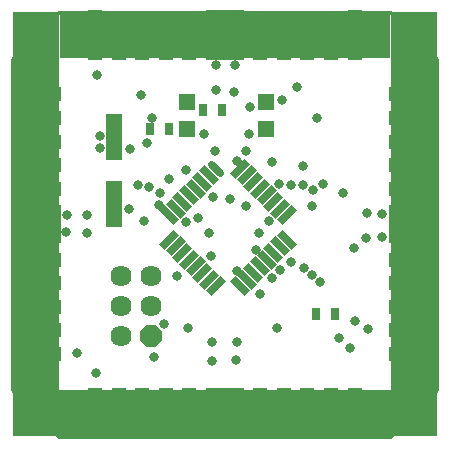
<source format=gts>
%FSLAX24Y24*%
%MOIN*%
G70*
G01*
G75*
G04 Layer_Color=8388736*
%ADD10R,0.0236X0.0315*%
G04:AMPARAMS|DCode=11|XSize=15.7mil|YSize=59.1mil|CornerRadius=0mil|HoleSize=0mil|Usage=FLASHONLY|Rotation=315.000|XOffset=0mil|YOffset=0mil|HoleType=Round|Shape=Rectangle|*
%AMROTATEDRECTD11*
4,1,4,-0.0264,-0.0153,0.0153,0.0264,0.0264,0.0153,-0.0153,-0.0264,-0.0264,-0.0153,0.0*
%
%ADD11ROTATEDRECTD11*%

G04:AMPARAMS|DCode=12|XSize=15.7mil|YSize=59.1mil|CornerRadius=0mil|HoleSize=0mil|Usage=FLASHONLY|Rotation=45.000|XOffset=0mil|YOffset=0mil|HoleType=Round|Shape=Rectangle|*
%AMROTATEDRECTD12*
4,1,4,0.0153,-0.0264,-0.0264,0.0153,-0.0153,0.0264,0.0264,-0.0153,0.0153,-0.0264,0.0*
%
%ADD12ROTATEDRECTD12*%

G04:AMPARAMS|DCode=13|XSize=15.7mil|YSize=59.1mil|CornerRadius=0mil|HoleSize=0mil|Usage=FLASHONLY|Rotation=45.000|XOffset=0mil|YOffset=0mil|HoleType=Round|Shape=Round|*
%AMOVALD13*
21,1,0.0433,0.0157,0.0000,0.0000,135.0*
1,1,0.0157,0.0153,-0.0153*
1,1,0.0157,-0.0153,0.0153*
%
%ADD13OVALD13*%

%ADD14R,0.0450X0.0450*%
%ADD15R,0.0472X0.1457*%
%ADD16C,0.0200*%
%ADD17C,0.0100*%
%ADD18C,0.0150*%
%ADD19R,0.0540X0.0670*%
%ADD20R,0.1080X0.0760*%
%ADD21R,0.1260X0.1080*%
%ADD22R,0.0820X0.1791*%
%ADD23R,0.0394X0.1575*%
%ADD24R,0.0394X0.1181*%
%ADD25R,0.1181X0.1575*%
%ADD26R,0.1575X0.0394*%
%ADD27R,0.1181X0.0394*%
%ADD28R,0.1575X0.1181*%
%ADD29C,0.0625*%
G04:AMPARAMS|DCode=30|XSize=62.5mil|YSize=62.5mil|CornerRadius=0mil|HoleSize=0mil|Usage=FLASHONLY|Rotation=180.000|XOffset=0mil|YOffset=0mil|HoleType=Round|Shape=Octagon|*
%AMOCTAGOND30*
4,1,8,-0.0313,0.0156,-0.0313,-0.0156,-0.0156,-0.0313,0.0156,-0.0313,0.0313,-0.0156,0.0313,0.0156,0.0156,0.0313,-0.0156,0.0313,-0.0313,0.0156,0.0*
%
%ADD30OCTAGOND30*%

%ADD31C,0.0250*%
G04:AMPARAMS|DCode=32|XSize=23.6mil|YSize=31.5mil|CornerRadius=0mil|HoleSize=0mil|Usage=FLASHONLY|Rotation=45.000|XOffset=0mil|YOffset=0mil|HoleType=Round|Shape=Rectangle|*
%AMROTATEDRECTD32*
4,1,4,0.0028,-0.0195,-0.0195,0.0028,-0.0028,0.0195,0.0195,-0.0028,0.0028,-0.0195,0.0*
%
%ADD32ROTATEDRECTD32*%

G04:AMPARAMS|DCode=33|XSize=23.6mil|YSize=31.5mil|CornerRadius=0mil|HoleSize=0mil|Usage=FLASHONLY|Rotation=135.000|XOffset=0mil|YOffset=0mil|HoleType=Round|Shape=Rectangle|*
%AMROTATEDRECTD33*
4,1,4,0.0195,0.0028,-0.0028,-0.0195,-0.0195,-0.0028,0.0028,0.0195,0.0195,0.0028,0.0*
%
%ADD33ROTATEDRECTD33*%

%ADD34R,0.0315X0.0236*%
%ADD35R,0.0310X0.0350*%
%ADD36R,0.0440X0.1070*%
%ADD37C,0.0039*%
%ADD38C,0.0060*%
%ADD39C,0.0075*%
%ADD40C,0.0070*%
%ADD41R,1.1024X0.1575*%
%ADD42R,0.1575X1.2598*%
%ADD43R,1.4173X0.1575*%
%ADD44R,0.1575X1.2598*%
%ADD45R,0.0316X0.0395*%
G04:AMPARAMS|DCode=46|XSize=23.7mil|YSize=67.1mil|CornerRadius=0mil|HoleSize=0mil|Usage=FLASHONLY|Rotation=315.000|XOffset=0mil|YOffset=0mil|HoleType=Round|Shape=Rectangle|*
%AMROTATEDRECTD46*
4,1,4,-0.0321,-0.0153,0.0153,0.0321,0.0321,0.0153,-0.0153,-0.0321,-0.0321,-0.0153,0.0*
%
%ADD46ROTATEDRECTD46*%

G04:AMPARAMS|DCode=47|XSize=23.7mil|YSize=67.1mil|CornerRadius=0mil|HoleSize=0mil|Usage=FLASHONLY|Rotation=45.000|XOffset=0mil|YOffset=0mil|HoleType=Round|Shape=Rectangle|*
%AMROTATEDRECTD47*
4,1,4,0.0153,-0.0321,-0.0321,0.0153,-0.0153,0.0321,0.0321,-0.0153,0.0153,-0.0321,0.0*
%
%ADD47ROTATEDRECTD47*%

G04:AMPARAMS|DCode=48|XSize=23.7mil|YSize=67.1mil|CornerRadius=0mil|HoleSize=0mil|Usage=FLASHONLY|Rotation=45.000|XOffset=0mil|YOffset=0mil|HoleType=Round|Shape=Round|*
%AMOVALD48*
21,1,0.0433,0.0237,0.0000,0.0000,135.0*
1,1,0.0237,0.0153,-0.0153*
1,1,0.0237,-0.0153,0.0153*
%
%ADD48OVALD48*%

%ADD49R,0.0530X0.0530*%
%ADD50R,0.0552X0.1537*%
%ADD51R,0.0474X0.1655*%
%ADD52R,0.0474X0.1261*%
%ADD53R,0.1261X0.1655*%
%ADD54R,0.1655X0.0474*%
%ADD55R,0.1261X0.0474*%
%ADD56R,0.1655X0.1261*%
%ADD57R,0.0080X0.0080*%
%ADD58C,0.0705*%
G04:AMPARAMS|DCode=59|XSize=70.5mil|YSize=70.5mil|CornerRadius=0mil|HoleSize=0mil|Usage=FLASHONLY|Rotation=180.000|XOffset=0mil|YOffset=0mil|HoleType=Round|Shape=Octagon|*
%AMOCTAGOND59*
4,1,8,-0.0353,0.0176,-0.0353,-0.0176,-0.0176,-0.0353,0.0176,-0.0353,0.0353,-0.0176,0.0353,0.0176,0.0176,0.0353,-0.0176,0.0353,-0.0353,0.0176,0.0*
%
%ADD59OCTAGOND59*%

%ADD60C,0.0330*%
D17*
X30713Y33561D02*
X32287Y35136D01*
X30713Y22537D02*
Y33561D01*
Y22537D02*
X32287Y20963D01*
X43311D01*
X44886Y22537D01*
Y33561D01*
X43311Y35136D02*
X44886Y33561D01*
X32287Y35136D02*
X43311D01*
D41*
X37799Y34348D02*
D03*
D42*
X44098Y28837D02*
D03*
D43*
X37799Y21750D02*
D03*
D44*
X31500Y28837D02*
D03*
D45*
X37085Y31860D02*
D03*
X37715D02*
D03*
X35925Y31210D02*
D03*
X35295D02*
D03*
X41485Y25050D02*
D03*
X40855D02*
D03*
D46*
X38307Y29900D02*
D03*
X38530Y29677D02*
D03*
X38753Y29455D02*
D03*
X38975Y29232D02*
D03*
X39198Y29009D02*
D03*
X39421Y28786D02*
D03*
X39644Y28564D02*
D03*
X39866Y28341D02*
D03*
X37500Y25975D02*
D03*
X37277Y26197D02*
D03*
X37055Y26420D02*
D03*
X36832Y26643D02*
D03*
X36609Y26866D02*
D03*
X36386Y27088D02*
D03*
X36164Y27311D02*
D03*
X35941Y27534D02*
D03*
D47*
X39866D02*
D03*
X39644Y27311D02*
D03*
X39421Y27088D02*
D03*
X39198Y26866D02*
D03*
X38975Y26643D02*
D03*
X38753Y26420D02*
D03*
X38530Y26197D02*
D03*
X38307Y25975D02*
D03*
X35941Y28341D02*
D03*
X36164Y28564D02*
D03*
X36386Y28786D02*
D03*
X36609Y29009D02*
D03*
X36832Y29232D02*
D03*
X37055Y29455D02*
D03*
X37277Y29677D02*
D03*
D48*
X37500Y29900D02*
D03*
D49*
X39180Y32110D02*
D03*
Y31210D02*
D03*
X36530Y32120D02*
D03*
Y31220D02*
D03*
D50*
X34110Y30962D02*
D03*
Y28718D02*
D03*
D51*
X42130Y34348D02*
D03*
X33468D02*
D03*
X33469Y21750D02*
D03*
X42130D02*
D03*
D52*
X41343Y34152D02*
D03*
X40555D02*
D03*
X39768D02*
D03*
X38980D02*
D03*
X36618D02*
D03*
X35831D02*
D03*
X35043D02*
D03*
X34256D02*
D03*
Y21947D02*
D03*
X35043D02*
D03*
X35831D02*
D03*
X36618D02*
D03*
X38980D02*
D03*
X39768D02*
D03*
X40555D02*
D03*
X41343D02*
D03*
D53*
X37799Y34348D02*
D03*
Y21750D02*
D03*
D54*
X44098Y32380D02*
D03*
Y23719D02*
D03*
X31500Y23719D02*
D03*
Y32380D02*
D03*
D55*
X43902Y31593D02*
D03*
Y30805D02*
D03*
Y30018D02*
D03*
Y29230D02*
D03*
Y26868D02*
D03*
Y26081D02*
D03*
Y25293D02*
D03*
Y24506D02*
D03*
X31697D02*
D03*
Y25293D02*
D03*
Y26081D02*
D03*
Y26868D02*
D03*
Y29230D02*
D03*
Y30018D02*
D03*
Y30805D02*
D03*
Y31593D02*
D03*
D56*
X44098Y28049D02*
D03*
X31500D02*
D03*
D57*
X31697Y34348D02*
D03*
Y21750D02*
D03*
X44295D02*
D03*
X44286Y34348D02*
D03*
D58*
X35350Y26320D02*
D03*
Y25320D02*
D03*
X34350Y24320D02*
D03*
Y25320D02*
D03*
Y26320D02*
D03*
D59*
X35350Y24320D02*
D03*
D60*
X35020Y32360D02*
D03*
X35370Y31600D02*
D03*
X35210Y30740D02*
D03*
X37490Y32530D02*
D03*
X34890Y29340D02*
D03*
X35270Y29300D02*
D03*
X41600Y24260D02*
D03*
X41970Y23910D02*
D03*
X42140Y24830D02*
D03*
X42560Y24540D02*
D03*
X40980Y26120D02*
D03*
X41730Y29090D02*
D03*
X42090Y27270D02*
D03*
X40710Y26350D02*
D03*
X40450Y26590D02*
D03*
X40020Y26780D02*
D03*
X39530Y24580D02*
D03*
X40390Y29990D02*
D03*
X40200Y32630D02*
D03*
X43030Y28400D02*
D03*
X42540Y28420D02*
D03*
X42520Y27590D02*
D03*
X43030Y27610D02*
D03*
X38630Y31940D02*
D03*
X33550Y33030D02*
D03*
X38100Y32470D02*
D03*
X38140Y33350D02*
D03*
X37510Y33370D02*
D03*
X33500Y23100D02*
D03*
X32880Y23740D02*
D03*
X35770Y24720D02*
D03*
X35430Y23630D02*
D03*
X33200Y28370D02*
D03*
Y27770D02*
D03*
X32540Y28370D02*
D03*
X32520Y27780D02*
D03*
X37370Y24130D02*
D03*
Y23480D02*
D03*
X38190Y24131D02*
D03*
X38160Y23510D02*
D03*
X39710Y32180D02*
D03*
X40860Y31600D02*
D03*
X39380Y30118D02*
D03*
X37120Y31040D02*
D03*
X38600D02*
D03*
X37460Y30490D02*
D03*
X38490Y30500D02*
D03*
X38210Y30160D02*
D03*
X36490Y29870D02*
D03*
X37400Y28960D02*
D03*
X37340Y26990D02*
D03*
X37260Y27750D02*
D03*
X37970Y28900D02*
D03*
X38520Y28670D02*
D03*
X38850Y27200D02*
D03*
X39990Y29370D02*
D03*
X40690Y28670D02*
D03*
X39610Y29380D02*
D03*
X40410Y29370D02*
D03*
X40740Y29190D02*
D03*
X41060Y29400D02*
D03*
X38950Y27770D02*
D03*
X39280Y28160D02*
D03*
X36910Y28240D02*
D03*
X35950Y29550D02*
D03*
X35630Y29097D02*
D03*
X35600Y28682D02*
D03*
X36220Y26310D02*
D03*
X35090Y28140D02*
D03*
X36520Y28130D02*
D03*
X33650Y30980D02*
D03*
X33630Y30600D02*
D03*
X39630Y26530D02*
D03*
X39380Y26260D02*
D03*
X38970Y25730D02*
D03*
X36570Y24600D02*
D03*
X34600Y28540D02*
D03*
X34630Y30550D02*
D03*
X38200Y26500D02*
D03*
M02*

</source>
